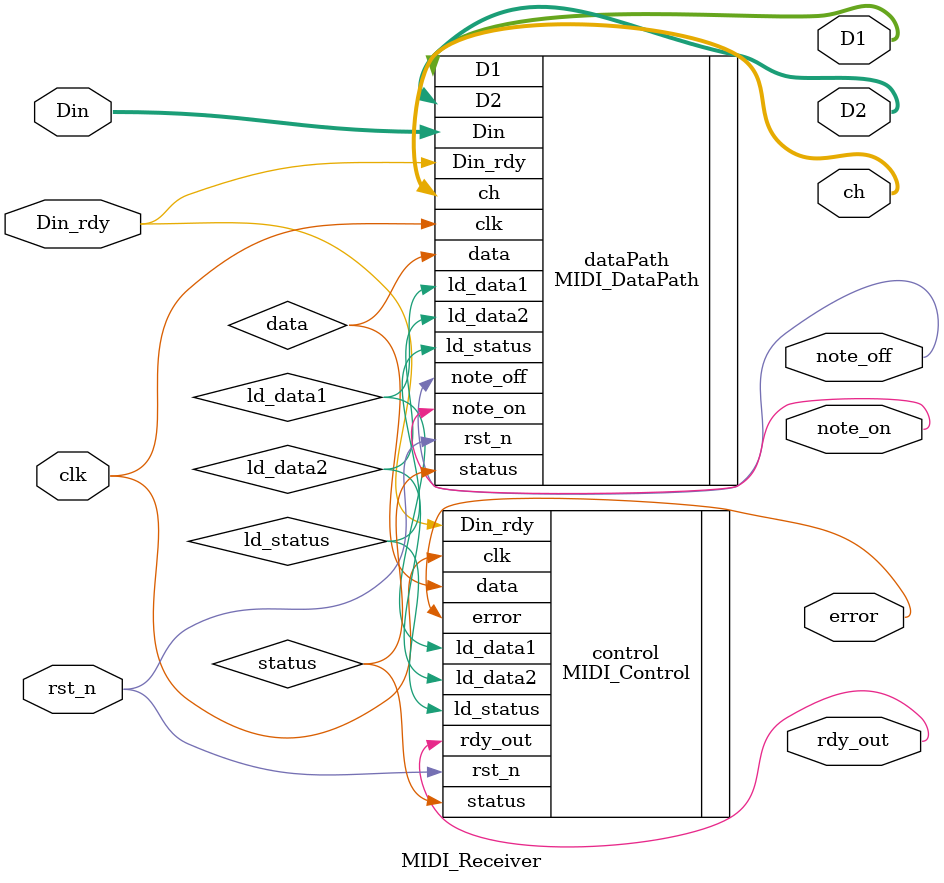
<source format=sv>
module MIDI_Receiver(
	input clk,
	input rst_n,
	input [7:0] Din,
	input Din_rdy,
	output logic note_on,
	output logic note_off,
	output logic [3:0] ch,
	output logic [6:0] D1,
	output logic [6:0] D2,
	output logic rdy_out,
	output logic error
);

logic status, data, ld_status, ld_data1, ld_data2;

MIDI_Control control(
	.clk,
	.rst_n,
	.Din_rdy,
	.status,
	.data,
	.ld_status,
	.ld_data1,
	.ld_data2,
	.rdy_out,
	.error
);

MIDI_DataPath dataPath(
	.clk,
	.rst_n,
	.Din,
	.Din_rdy,
	.ld_status,
	.ld_data1,
	.ld_data2,
	.note_on,
	.note_off,
	.ch,
	.D1,
	.D2,
	.status,
	.data
);

endmodule
</source>
